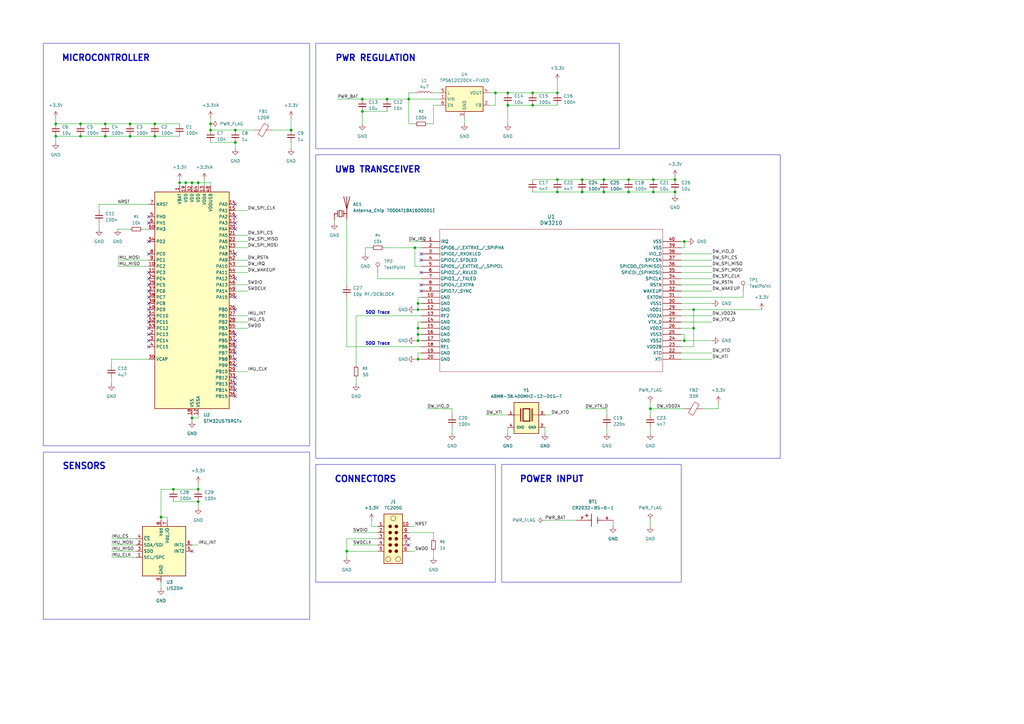
<source format=kicad_sch>
(kicad_sch (version 20250114) (generator "eeschema") (generator_version "9.0")
  (paper "A3")
  (title_block (title "TMDT1UC1") (date "2026-03-01") (rev "1") (company "GRIM") (comment 1 "TAG"))
  (rectangle (start 129.54 190.5) (end 203.2 238.76))
  (rectangle (start 205.74 190.5) (end 279.4 238.76))
  (rectangle (start 129.54 17.78) (end 254 60.96))
  (rectangle (start 129.54 63.5) (end 320.04 187.96))
  (rectangle (start 17.78 185.42) (end 127 254))
  (rectangle (start 17.78 17.78) (end 127 182.88))
  (text "POWER INPUT" (at 226.314 196.596 0) (effects (font (size 2.54 2.54) (thickness 0.508) (bold yes))))
  (text "50Ω Trace" (at 154.94 140.97 0) (effects (font (size 1.27 1.27) (thickness 0.254) (bold yes))))
  (text "SENSORS" (at 34.544 191.262 0) (effects (font (size 2.54 2.54) (thickness 0.508) (bold yes))))
  (text "PWR REGULATION" (at 137.414 25.4 0) (effects (font (size 2.54 2.54) (thickness 0.508) (bold yes)) (justify left bottom)))
  (text "UWB TRANSCEIVER" (at 137.16 71.12 0) (effects (font (size 2.54 2.54) (thickness 0.508) (bold yes)) (justify left bottom)))
  (text "50Ω Trace" (at 154.94 128.27 0) (effects (font (size 1.27 1.27) (thickness 0.254) (bold yes))))
  (text "MICROCONTROLLER" (at 43.434 23.876 0) (effects (font (size 2.54 2.54) (thickness 0.508) (bold yes))))
  (text "CONNECTORS" (at 149.86 196.596 0) (effects (font (size 2.54 2.54) (thickness 0.508) (bold yes))))
  (junction (at 267.97 73.66))
  (junction (at 76.2 74.93))
  (junction (at 257.81 78.74))
  (junction (at 63.5 50.8))
  (junction (at 208.28 43.18))
  (junction (at 22.86 55.88))
  (junction (at 203.2 38.1))
  (junction (at 119.38 53.34))
  (junction (at 280.67 99.06))
  (junction (at 53.34 50.8))
  (junction (at 171.45 127))
  (junction (at 81.28 200.66))
  (junction (at 33.02 55.88))
  (junction (at 81.28 205.74))
  (junction (at 284.48 134.62))
  (junction (at 96.52 58.42))
  (junction (at 238.76 73.66))
  (junction (at 171.45 147.32))
  (junction (at 170.18 101.6))
  (junction (at 247.65 73.66))
  (junction (at 276.86 78.74))
  (junction (at 53.34 55.88))
  (junction (at 158.75 40.64))
  (junction (at 266.7 167.64))
  (junction (at 218.44 38.1))
  (junction (at 148.59 45.72))
  (junction (at 73.66 74.93))
  (junction (at 33.02 50.8))
  (junction (at 171.45 137.16))
  (junction (at 66.04 212.09))
  (junction (at 247.65 78.74))
  (junction (at 86.36 53.34))
  (junction (at 171.45 139.7))
  (junction (at 71.12 200.66))
  (junction (at 171.45 124.46))
  (junction (at 142.24 226.06))
  (junction (at 148.59 40.64))
  (junction (at 86.36 50.8))
  (junction (at 81.28 74.93))
  (junction (at 228.6 78.74))
  (junction (at 228.6 38.1))
  (junction (at 238.76 78.74))
  (junction (at 280.67 139.7))
  (junction (at 43.18 55.88))
  (junction (at 267.97 78.74))
  (junction (at 167.64 40.64))
  (junction (at 96.52 53.34))
  (junction (at 276.86 73.66))
  (junction (at 43.18 50.8))
  (junction (at 218.44 43.18))
  (junction (at 63.5 55.88))
  (junction (at 22.86 50.8))
  (junction (at 228.6 73.66))
  (junction (at 78.74 171.45))
  (junction (at 257.81 73.66))
  (junction (at 284.48 127))
  (junction (at 78.74 74.93))
  (junction (at 171.45 134.62))
  (junction (at 208.28 38.1))
  (no_connect (at 96.52 121.92))
  (no_connect (at 96.52 104.14))
  (no_connect (at 96.52 157.48))
  (no_connect (at 60.96 129.54))
  (no_connect (at 60.96 114.3))
  (no_connect (at 60.96 134.62))
  (no_connect (at 167.64 220.98))
  (no_connect (at 96.52 154.94))
  (no_connect (at 60.96 111.76))
  (no_connect (at 60.96 91.44))
  (no_connect (at 96.52 137.16))
  (no_connect (at 172.72 116.84))
  (no_connect (at 60.96 88.9))
  (no_connect (at 96.52 88.9))
  (no_connect (at 172.72 106.68))
  (no_connect (at 96.52 83.82))
  (no_connect (at 60.96 124.46))
  (no_connect (at 96.52 93.98))
  (no_connect (at 60.96 137.16))
  (no_connect (at 172.72 111.76))
  (no_connect (at 96.52 162.56))
  (no_connect (at 60.96 142.24))
  (no_connect (at 96.52 142.24))
  (no_connect (at 96.52 147.32))
  (no_connect (at 96.52 160.02))
  (no_connect (at 78.74 226.06))
  (no_connect (at 96.52 114.3))
  (no_connect (at 60.96 132.08))
  (no_connect (at 60.96 119.38))
  (no_connect (at 96.52 91.44))
  (no_connect (at 60.96 127))
  (no_connect (at 96.52 144.78))
  (no_connect (at 60.96 139.7))
  (no_connect (at 172.72 119.38))
  (no_connect (at 60.96 99.06))
  (no_connect (at 167.64 223.52))
  (no_connect (at 96.52 127))
  (no_connect (at 60.96 104.14))
  (no_connect (at 96.52 149.86))
  (no_connect (at 172.72 104.14))
  (no_connect (at 60.96 121.92))
  (no_connect (at 96.52 139.7))
  (no_connect (at 60.96 116.84))
  (wire (pts (xy 86.36 50.8) (xy 86.36 53.34)))
  (wire (pts (xy 66.04 213.36) (xy 66.04 212.09)))
  (wire (pts (xy 48.26 93.98) (xy 53.34 93.98)))
  (wire (pts (xy 279.4 129.54) (xy 292.1 129.54)))
  (wire (pts (xy 81.28 205.74) (xy 81.28 208.28)))
  (wire (pts (xy 228.6 33.02) (xy 228.6 38.1)))
  (wire (pts (xy 45.72 223.52) (xy 55.88 223.52)))
  (wire (pts (xy 144.78 223.52) (xy 154.94 223.52)))
  (wire (pts (xy 203.2 38.1) (xy 208.28 38.1)))
  (wire (pts (xy 40.64 91.44) (xy 40.64 93.98)))
  (wire (pts (xy 266.7 167.64) (xy 266.7 170.18)))
  (wire (pts (xy 292.1 124.46) (xy 279.4 124.46)))
  (wire (pts (xy 154.94 111.76) (xy 154.94 114.3)))
  (wire (pts (xy 171.45 124.46) (xy 171.45 127)))
  (wire (pts (xy 58.42 93.98) (xy 60.96 93.98)))
  (wire (pts (xy 292.1 139.7) (xy 280.67 139.7)))
  (wire (pts (xy 81.28 198.12) (xy 81.28 200.66)))
  (wire (pts (xy 281.94 99.06) (xy 280.67 99.06)))
  (wire (pts (xy 279.4 127) (xy 284.48 127)))
  (wire (pts (xy 45.72 147.32) (xy 60.96 147.32)))
  (wire (pts (xy 218.44 43.18) (xy 228.6 43.18)))
  (wire (pts (xy 167.64 40.64) (xy 180.34 40.64)))
  (wire (pts (xy 73.66 73.66) (xy 73.66 74.93)))
  (wire (pts (xy 172.72 109.22) (xy 170.18 109.22)))
  (wire (pts (xy 152.4 213.36) (xy 152.4 215.9)))
  (wire (pts (xy 86.36 53.34) (xy 96.52 53.34)))
  (wire (pts (xy 68.58 213.36) (xy 68.58 212.09)))
  (wire (pts (xy 96.52 99.06) (xy 101.6 99.06)))
  (wire (pts (xy 96.52 106.68) (xy 101.6 106.68)))
  (wire (pts (xy 78.74 76.2) (xy 78.74 74.93)))
  (wire (pts (xy 45.72 220.98) (xy 55.88 220.98)))
  (wire (pts (xy 76.2 76.2) (xy 76.2 74.93)))
  (wire (pts (xy 119.38 58.42) (xy 119.38 60.96)))
  (wire (pts (xy 203.2 38.1) (xy 200.66 38.1)))
  (wire (pts (xy 96.52 111.76) (xy 101.6 111.76)))
  (wire (pts (xy 279.4 132.08) (xy 292.1 132.08)))
  (wire (pts (xy 96.52 53.34) (xy 104.14 53.34)))
  (wire (pts (xy 279.4 144.78) (xy 292.1 144.78)))
  (wire (pts (xy 146.05 154.94) (xy 146.05 157.48)))
  (wire (pts (xy 66.04 200.66) (xy 66.04 212.09)))
  (wire (pts (xy 170.18 147.32) (xy 171.45 147.32)))
  (wire (pts (xy 185.42 175.26) (xy 185.42 177.8)))
  (wire (pts (xy 73.66 74.93) (xy 73.66 76.2)))
  (wire (pts (xy 154.94 215.9) (xy 152.4 215.9)))
  (wire (pts (xy 180.34 43.18) (xy 177.8 43.18)))
  (wire (pts (xy 170.18 101.6) (xy 172.72 101.6)))
  (wire (pts (xy 78.74 223.52) (xy 81.28 223.52)))
  (wire (pts (xy 48.26 106.68) (xy 60.96 106.68)))
  (wire (pts (xy 45.72 228.6) (xy 55.88 228.6)))
  (wire (pts (xy 170.18 109.22) (xy 170.18 101.6)))
  (wire (pts (xy 158.75 40.64) (xy 167.64 40.64)))
  (wire (pts (xy 66.04 200.66) (xy 71.12 200.66)))
  (wire (pts (xy 171.45 137.16) (xy 171.45 139.7)))
  (wire (pts (xy 157.48 101.6) (xy 170.18 101.6)))
  (wire (pts (xy 83.82 73.66) (xy 83.82 76.2)))
  (wire (pts (xy 247.65 78.74) (xy 238.76 78.74)))
  (wire (pts (xy 96.52 101.6) (xy 101.6 101.6)))
  (wire (pts (xy 172.72 134.62) (xy 171.45 134.62)))
  (wire (pts (xy 248.92 167.64) (xy 240.03 167.64)))
  (wire (pts (xy 22.86 55.88) (xy 33.02 55.88)))
  (wire (pts (xy 167.64 218.44) (xy 177.8 218.44)))
  (wire (pts (xy 170.18 38.1) (xy 167.64 38.1)))
  (wire (pts (xy 86.36 58.42) (xy 96.52 58.42)))
  (wire (pts (xy 152.4 101.6) (xy 149.86 101.6)))
  (wire (pts (xy 279.4 109.22) (xy 292.1 109.22)))
  (wire (pts (xy 66.04 238.76) (xy 66.04 241.3)))
  (wire (pts (xy 119.38 48.26) (xy 119.38 53.34)))
  (wire (pts (xy 177.8 43.18) (xy 177.8 50.8)))
  (wire (pts (xy 142.24 226.06) (xy 142.24 228.6)))
  (wire (pts (xy 177.8 38.1) (xy 180.34 38.1)))
  (wire (pts (xy 76.2 74.93) (xy 73.66 74.93)))
  (wire (pts (xy 86.36 48.26) (xy 86.36 50.8)))
  (wire (pts (xy 190.5 48.26) (xy 190.5 50.8)))
  (wire (pts (xy 73.66 55.88) (xy 63.5 55.88)))
  (wire (pts (xy 171.45 132.08) (xy 171.45 134.62)))
  (wire (pts (xy 279.4 116.84) (xy 292.1 116.84)))
  (wire (pts (xy 142.24 121.92) (xy 142.24 142.24)))
  (wire (pts (xy 96.52 58.42) (xy 96.52 60.96)))
  (wire (pts (xy 266.7 165.1) (xy 266.7 167.64)))
  (wire (pts (xy 294.64 167.64) (xy 294.64 165.1)))
  (wire (pts (xy 86.36 74.93) (xy 81.28 74.93)))
  (wire (pts (xy 251.46 213.36) (xy 251.46 215.9)))
  (wire (pts (xy 267.97 78.74) (xy 276.86 78.74)))
  (wire (pts (xy 279.4 134.62) (xy 284.48 134.62)))
  (wire (pts (xy 257.81 73.66) (xy 267.97 73.66)))
  (wire (pts (xy 279.4 99.06) (xy 280.67 99.06)))
  (wire (pts (xy 138.43 40.64) (xy 148.59 40.64)))
  (wire (pts (xy 53.34 55.88) (xy 43.18 55.88)))
  (wire (pts (xy 266.7 167.64) (xy 280.67 167.64)))
  (wire (pts (xy 247.65 78.74) (xy 257.81 78.74)))
  (wire (pts (xy 170.18 127) (xy 171.45 127)))
  (wire (pts (xy 45.72 157.48) (xy 45.72 154.94)))
  (wire (pts (xy 199.39 170.18) (xy 208.28 170.18)))
  (wire (pts (xy 40.64 83.82) (xy 40.64 86.36)))
  (wire (pts (xy 78.74 170.18) (xy 78.74 171.45)))
  (wire (pts (xy 304.8 119.38) (xy 304.8 121.92)))
  (wire (pts (xy 148.59 45.72) (xy 148.59 50.8)))
  (wire (pts (xy 71.12 200.66) (xy 81.28 200.66)))
  (wire (pts (xy 172.72 144.78) (xy 171.45 144.78)))
  (wire (pts (xy 238.76 78.74) (xy 228.6 78.74)))
  (wire (pts (xy 279.4 106.68) (xy 292.1 106.68)))
  (wire (pts (xy 43.18 55.88) (xy 33.02 55.88)))
  (wire (pts (xy 149.86 101.6) (xy 149.86 104.14)))
  (wire (pts (xy 276.86 72.39) (xy 276.86 73.66)))
  (wire (pts (xy 142.24 142.24) (xy 172.72 142.24)))
  (wire (pts (xy 279.4 111.76) (xy 292.1 111.76)))
  (wire (pts (xy 223.52 175.26) (xy 223.52 177.8)))
  (wire (pts (xy 208.28 175.26) (xy 208.28 177.8)))
  (wire (pts (xy 172.72 137.16) (xy 171.45 137.16)))
  (wire (pts (xy 177.8 50.8) (xy 175.26 50.8)))
  (wire (pts (xy 81.28 171.45) (xy 78.74 171.45)))
  (wire (pts (xy 22.86 55.88) (xy 22.86 58.42)))
  (wire (pts (xy 45.72 226.06) (xy 55.88 226.06)))
  (wire (pts (xy 81.28 74.93) (xy 78.74 74.93)))
  (wire (pts (xy 177.8 226.06) (xy 177.8 228.6)))
  (wire (pts (xy 154.94 220.98) (xy 142.24 220.98)))
  (wire (pts (xy 280.67 99.06) (xy 280.67 101.6)))
  (wire (pts (xy 267.97 73.66) (xy 276.86 73.66)))
  (wire (pts (xy 148.59 40.64) (xy 158.75 40.64)))
  (wire (pts (xy 208.28 43.18) (xy 218.44 43.18)))
  (wire (pts (xy 45.72 149.86) (xy 45.72 147.32)))
  (wire (pts (xy 146.05 129.54) (xy 146.05 149.86)))
  (wire (pts (xy 279.4 142.24) (xy 284.48 142.24)))
  (wire (pts (xy 81.28 170.18) (xy 81.28 171.45)))
  (wire (pts (xy 96.52 109.22) (xy 101.6 109.22)))
  (wire (pts (xy 33.02 50.8) (xy 43.18 50.8)))
  (wire (pts (xy 223.52 213.36) (xy 236.22 213.36)))
  (wire (pts (xy 142.24 220.98) (xy 142.24 226.06)))
  (wire (pts (xy 96.52 152.4) (xy 101.6 152.4)))
  (wire (pts (xy 22.86 50.8) (xy 33.02 50.8)))
  (wire (pts (xy 53.34 50.8) (xy 63.5 50.8)))
  (wire (pts (xy 137.16 90.17) (xy 137.16 91.44)))
  (wire (pts (xy 43.18 50.8) (xy 53.34 50.8)))
  (wire (pts (xy 280.67 101.6) (xy 279.4 101.6)))
  (wire (pts (xy 170.18 139.7) (xy 171.45 139.7)))
  (wire (pts (xy 238.76 73.66) (xy 247.65 73.66)))
  (wire (pts (xy 172.72 132.08) (xy 171.45 132.08)))
  (wire (pts (xy 167.64 215.9) (xy 170.18 215.9)))
  (wire (pts (xy 247.65 73.66) (xy 257.81 73.66)))
  (wire (pts (xy 167.64 50.8) (xy 167.64 40.64)))
  (wire (pts (xy 144.78 218.44) (xy 154.94 218.44)))
  (wire (pts (xy 71.12 205.74) (xy 81.28 205.74)))
  (wire (pts (xy 284.48 134.62) (xy 284.48 127)))
  (wire (pts (xy 167.64 226.06) (xy 170.18 226.06)))
  (wire (pts (xy 22.86 48.26) (xy 22.86 50.8)))
  (wire (pts (xy 280.67 137.16) (xy 280.67 139.7)))
  (wire (pts (xy 228.6 73.66) (xy 238.76 73.66)))
  (wire (pts (xy 96.52 96.52) (xy 101.6 96.52)))
  (wire (pts (xy 185.42 170.18) (xy 185.42 167.64)))
  (wire (pts (xy 218.44 38.1) (xy 228.6 38.1)))
  (wire (pts (xy 146.05 129.54) (xy 172.72 129.54)))
  (wire (pts (xy 276.86 78.74) (xy 276.86 80.01)))
  (wire (pts (xy 96.52 116.84) (xy 101.6 116.84)))
  (wire (pts (xy 96.52 134.62) (xy 101.6 134.62)))
  (wire (pts (xy 266.7 213.36) (xy 266.7 215.9)))
  (wire (pts (xy 177.8 218.44) (xy 177.8 220.98)))
  (wire (pts (xy 154.94 114.3) (xy 172.72 114.3)))
  (wire (pts (xy 279.4 119.38) (xy 292.1 119.38)))
  (wire (pts (xy 96.52 119.38) (xy 101.6 119.38)))
  (wire (pts (xy 171.45 144.78) (xy 171.45 147.32)))
  (wire (pts (xy 171.45 147.32) (xy 172.72 147.32)))
  (wire (pts (xy 208.28 43.18) (xy 208.28 50.8)))
  (wire (pts (xy 248.92 170.18) (xy 248.92 167.64)))
  (wire (pts (xy 86.36 76.2) (xy 86.36 74.93)))
  (wire (pts (xy 218.44 73.66) (xy 228.6 73.66)))
  (wire (pts (xy 170.18 50.8) (xy 167.64 50.8)))
  (wire (pts (xy 60.96 83.82) (xy 40.64 83.82)))
  (wire (pts (xy 171.45 124.46) (xy 172.72 124.46)))
  (wire (pts (xy 279.4 104.14) (xy 292.1 104.14)))
  (wire (pts (xy 267.97 78.74) (xy 257.81 78.74)))
  (wire (pts (xy 171.45 139.7) (xy 172.72 139.7)))
  (wire (pts (xy 223.52 170.18) (xy 226.06 170.18)))
  (wire (pts (xy 171.45 134.62) (xy 171.45 137.16)))
  (wire (pts (xy 171.45 127) (xy 172.72 127)))
  (wire (pts (xy 218.44 78.74) (xy 228.6 78.74)))
  (wire (pts (xy 81.28 76.2) (xy 81.28 74.93)))
  (wire (pts (xy 203.2 43.18) (xy 203.2 38.1)))
  (wire (pts (xy 167.64 99.06) (xy 172.72 99.06)))
  (wire (pts (xy 200.66 43.18) (xy 203.2 43.18)))
  (wire (pts (xy 96.52 129.54) (xy 101.6 129.54)))
  (wire (pts (xy 148.59 45.72) (xy 158.75 45.72)))
  (wire (pts (xy 68.58 212.09) (xy 66.04 212.09)))
  (wire (pts (xy 78.74 74.93) (xy 76.2 74.93)))
  (wire (pts (xy 304.8 121.92) (xy 279.4 121.92)))
  (wire (pts (xy 63.5 50.8) (xy 73.66 50.8)))
  (wire (pts (xy 63.5 55.88) (xy 53.34 55.88)))
  (wire (pts (xy 248.92 175.26) (xy 248.92 177.8)))
  (wire (pts (xy 279.4 114.3) (xy 292.1 114.3)))
  (wire (pts (xy 78.74 171.45) (xy 78.74 172.72)))
  (wire (pts (xy 279.4 147.32) (xy 292.1 147.32)))
  (wire (pts (xy 171.45 121.92) (xy 171.45 124.46)))
  (wire (pts (xy 279.4 137.16) (xy 280.67 137.16)))
  (wire (pts (xy 185.42 167.64) (xy 175.26 167.64)))
  (wire (pts (xy 119.38 53.34) (xy 111.76 53.34)))
  (wire (pts (xy 96.52 86.36) (xy 101.6 86.36)))
  (wire (pts (xy 208.28 38.1) (xy 218.44 38.1)))
  (wire (pts (xy 167.64 38.1) (xy 167.64 40.64)))
  (wire (pts (xy 154.94 226.06) (xy 142.24 226.06)))
  (wire (pts (xy 48.26 109.22) (xy 60.96 109.22)))
  (wire (pts (xy 284.48 142.24) (xy 284.48 134.62)))
  (wire (pts (xy 266.7 175.26) (xy 266.7 177.8)))
  (wire (pts (xy 142.24 90.17) (xy 142.24 116.84)))
  (wire (pts (xy 172.72 121.92) (xy 171.45 121.92)))
  (wire (pts (xy 284.48 127) (xy 312.42 127)))
  (wire (pts (xy 280.67 139.7) (xy 279.4 139.7)))
  (wire (pts (xy 294.64 167.64) (xy 288.29 167.64)))
  (wire (pts (xy 96.52 132.08) (xy 101.6 132.08)))
  (label "IMU_CS" (at 101.6 132.08 0))
  (label "SWDO" (at 170.18 226.06 0))
  (label "DW_SPI_MOSI" (at 101.6 101.6 0))
  (label "IMU_CLK" (at 101.6 152.4 0))
  (label "IMU_CS" (at 45.72 220.98 0))
  (label "SWDO" (at 101.6 134.62 0))
  (label "SWDCLK" (at 101.6 119.38 0))
  (label "DW_SPI_CLK" (at 101.6 86.36 0))
  (label "IMU_MISO" (at 45.72 226.06 0))
  (label "DW_RSTN" (at 292.1 116.84 0))
  (label "DW_SPI_CS" (at 292.1 106.68 0))
  (label "DW_IRQ" (at 167.64 99.06 0))
  (label "DW_XTI" (at 292.1 147.32 0))
  (label "IMU_MOSI" (at 48.26 106.68 0))
  (label "NRST" (at 48.26 83.82 0))
  (label "IMU_INT" (at 101.6 129.54 0))
  (label "DW_SPI_CS" (at 101.6 96.52 0))
  (label "DW_WAKEUP" (at 292.1 119.38 0))
  (label "IMU_CLK" (at 45.72 228.6 0))
  (label "PWR_BAT" (at 138.43 40.64 0))
  (label "DW_SPI_MOSI" (at 292.1 111.76 0))
  (label "DW_VTX_D" (at 292.1 132.08 0))
  (label "DW_VIO_D" (at 175.26 167.64 0))
  (label "DW_VTX_D" (at 240.03 167.64 0))
  (label "DW_VIO_D" (at 292.1 104.14 0))
  (label "DW_XTO" (at 226.06 170.18 0))
  (label "DW_XTI" (at 199.39 170.18 0))
  (label "IMU_MOSI" (at 45.72 223.52 0))
  (label "NRST" (at 170.18 215.9 0))
  (label "DW_SPI_MISO" (at 292.1 109.22 0))
  (label "IMU_INT" (at 81.28 223.52 0))
  (label "SWDIO" (at 101.6 116.84 0))
  (label "DW_XTO" (at 292.1 144.78 0))
  (label "DW_VDD2A" (at 269.24 167.64 0))
  (label "SWDIO" (at 144.78 218.44 0))
  (label "DW_WAKEUP" (at 101.6 111.76 0))
  (label "DW_SPI_MISO" (at 101.6 99.06 0))
  (label "PWR_BAT" (at 223.52 213.36 0))
  (label "DW_IRQ" (at 101.6 109.22 0))
  (label "IMU_MISO" (at 48.26 109.22 0))
  (label "DW_SPI_CLK" (at 292.1 114.3 0))
  (label "DW_VDD2A" (at 292.1 129.54 0))
  (label "SWDCLK" (at 144.78 223.52 0))
  (label "DW_RSTN" (at 101.6 106.68 0))
  (symbol (lib_id "power:GND") (at 170.18 147.32 270) (unit 1)
    (property "Reference" "#PWR019" (effects (hide yes)))
    (property "Value" "GND" (at 165.354 147.32 90))
    (property "Description" "Power symbol creates a global label with name \"GND\" , ground" (effects (hide yes)))
  )
  (symbol (lib_id "Device:R_Small") (at 172.72 50.8 90) (unit 1)
    (property "Reference" "R2" (at 172.72 45.72 90) (effects (font (size 1.016 1.016))))
    (property "Value" "100k" (at 172.72 48.26 90))
    (property "Description" "Resistor, small symbol" (effects (hide yes)))
  )
  (symbol (lib_id "Device:R_Small") (at 154.94 101.6 90) (unit 1)
    (property "Reference" "R4" (at 154.94 96.52 90) (effects (font (size 1.016 1.016))))
    (property "Value" "10k" (at 154.94 99.06 90))
    (property "Description" "Resistor, small symbol" (effects (hide yes)))
  )
  (symbol (lib_id "power:GND") (at 276.86 80.01 0) (unit 1)
    (property "Reference" "#PWR030" (effects (hide yes)))
    (property "Value" "GND" (at 276.86 85.09 0))
    (property "Description" "Power symbol creates a global label with name \"GND\" , ground" (effects (hide yes)))
  )
  (symbol (lib_id "Device:C_Small") (at 119.38 55.88 0) (unit 1)
    (property "Reference" "C9" (at 121.92 54.6162 0) (effects (justify left)))
    (property "Value" "1u" (at 121.92 57.1562 0) (effects (justify left)))
    (property "Description" "Unpolarized capacitor, small symbol" (effects (hide yes)))
  )
  (symbol (lib_id "power:GND") (at 96.52 60.96 0) (unit 1)
    (property "Reference" "#PWR05" (effects (hide yes)))
    (property "Value" "GND" (at 96.52 66.04 0))
    (property "Description" "Power symbol creates a global label with name \"GND\" , ground" (effects (hide yes)))
  )
  (symbol (lib_id "power:GND") (at 119.38 60.96 0) (unit 1)
    (property "Reference" "#PWR09" (effects (hide yes)))
    (property "Value" "GND" (at 119.38 66.04 0))
    (property "Description" "Power symbol creates a global label with name \"GND\" , ground" (effects (hide yes)))
  )
  (symbol (lib_id "power:+3.3VA") (at 83.82 73.66 0) (unit 1)
    (property "Reference" "#PWR02" (effects (hide yes)))
    (property "Value" "+3.3VA" (at 83.82 68.58 0))
    (property "Description" "Power symbol creates a global label with name \"+3.3VA\"" (effects (hide yes)))
  )
  (symbol (lib_id "power:GND") (at 281.94 99.06 90) (unit 1)
    (property "Reference" "#PWR036" (effects (hide yes)))
    (property "Value" "GND" (at 285.75 99.0599 90) (effects (justify right)))
    (property "Description" "Power symbol creates a global label with name \"GND\" , ground" (effects (hide yes)))
  )
  (symbol (lib_id "power:GND") (at 223.52 177.8 0) (unit 1)
    (property "Reference" "#PWR031" (effects (hide yes)))
    (property "Value" "GND" (at 223.52 182.88 0))
    (property "Description" "Power symbol creates a global label with name \"GND\" , ground" (effects (hide yes)))
  )
  (symbol (lib_id "Device:C_Small") (at 208.28 40.64 0) (unit 1)
    (property "Reference" "C14" (at 210.82 39.3762 0) (effects (justify left)))
    (property "Value" "10u" (at 210.82 41.9162 0) (effects (justify left)))
    (property "Description" "Unpolarized capacitor, small symbol" (effects (hide yes)))
  )
  (symbol (lib_id "power:GND") (at 148.59 50.8 0) (unit 1)
    (property "Reference" "#PWR016" (effects (hide yes)))
    (property "Value" "GND" (at 148.59 55.88 0))
    (property "Description" "Power symbol creates a global label with name \"GND\" , ground" (effects (hide yes)))
  )
  (symbol (lib_id "power:+3.3V") (at 312.42 127 0) (unit 1)
    (property "Reference" "#PWR047" (effects (hide yes)))
    (property "Value" "+3.3V" (at 312.42 121.92 0))
    (property "Description" "Power symbol creates a global label with name \"+3.3V\"" (effects (hide yes)))
  )
  (symbol (lib_id "power:GND") (at 208.28 50.8 0) (unit 1)
    (property "Reference" "#PWR017" (effects (hide yes)))
    (property "Value" "GND" (at 208.28 55.88 0))
    (property "Description" "Power symbol creates a global label with name \"GND\" , ground" (effects (hide yes)))
  )
  (symbol (lib_id "power:+3.3V") (at 119.38 48.26 0) (unit 1)
    (property "Reference" "#PWR08" (effects (hide yes)))
    (property "Value" "+3.3V" (at 119.38 43.18 0))
    (property "Description" "Power symbol creates a global label with name \"+3.3V\"" (effects (hide yes)))
  )
  (symbol (lib_id "power:+3.3V") (at 73.66 73.66 0) (unit 1)
    (property "Reference" "#PWR07" (effects (hide yes)))
    (property "Value" "+3.3V" (at 73.66 68.58 0))
    (property "Description" "Power symbol creates a global label with name \"+3.3V\"" (effects (hide yes)))
  )
  (symbol (lib_id "CR2032-BS-6-1:CR2032-BS-6-1") (at 243.84 213.36 0) (unit 1)
    (property "Reference" "BT1" (at 243.205 205.74 0))
    (property "Value" "CR2032-BS-6-1" (at 243.205 208.28 0))
    (property "Footprint" "meridian:BAT_CR2032-BS-6-1" (effects (hide yes)))
    (property "MF" "Shenzhen Q&J Electronics Co. Ltd" (effects (hide yes)))
    (property "MAXIMUM_PACKAGE_HEIGHT" "5.55mm" (effects (hide yes)))
    (property "Package" "Package" (effects (hide yes)))
    (property "Price" "None" (effects (hide yes)))
    (property "Check_prices" "https://www.snapeda.com/parts/CR2032-BS-6-1/Shenzhen+Huacan+Tianlu+Electronics+Co.%252C+Ltd./view-part/?ref=eda" (effects (hide yes)))
    (property "STANDARD" "Manufacturer Recommendations" (effects (hide yes)))
    (property "PARTREV" "2011/2/14" (effects (hide yes)))
    (property "SnapEDA_Link" "https://www.snapeda.com/parts/CR2032-BS-6-1/Shenzhen+Huacan+Tianlu+Electronics+Co.%252C+Ltd./view-part/?ref=snap" (effects (hide yes)))
    (property "MP" "CR2032-BS-6-1" (effects (hide yes)))
    (property "Description_1" "Battery base CR2032 SMD Battery Connectors ROHS" (effects (hide yes)))
    (property "SNAPEDA_PN" "CR2032-BS-6-1" (effects (hide yes)))
    (property "Availability" "Not in stock" (effects (hide yes)))
    (property "MANUFACTURER" "Shenzhen Q and J Electronics" (effects (hide yes)))
  )
  (symbol (lib_id "dw3210:DW3210") (at 172.72 99.06 0) (unit 1)
    (property "Reference" "U1" (at 226.06 88.9 0) (effects (font (size 1.524 1.524))))
    (property "Value" "DW3210" (at 226.06 91.44 0) (effects (font (size 1.524 1.524))))
    (property "Footprint" "meridian:qfn_DW3210_QOR" (effects (hide yes)))
    (property "Datasheet" "DW3220" (effects (hide yes)))
  )
  (symbol (lib_id "Device:FerriteBead") (at 284.48 167.64 270) (unit 1)
    (property "Reference" "FB2" (at 284.5308 160.02 90))
    (property "Value" "33R" (at 284.5308 162.56 90))
    (property "Description" "Ferrite bead" (effects (hide yes)))
  )
  (symbol (lib_id "ABM8-38.400MHZ-12-D1G-T:ABM8-38.400MHZ-12-D1G-T") (at 215.9 170.18 0) (unit 1)
    (property "Reference" "Y1" (at 215.9 160.02 0))
    (property "Value" "ABM8-38.400MHZ-12-D1G-T" (at 215.9 162.56 0))
    (property "Footprint" "meridian:XTAL_ABM8-38.400MHZ-12-D1G-T" (effects (hide yes)))
    (property "PARTREV" "44041" (effects (hide yes)))
    (property "MANUFACTURER" "Abracon" (effects (hide yes)))
    (property "MAXIMUM_PACKAGE_HEIGHT" "0.8 mm" (effects (hide yes)))
    (property "STANDARD" "Manufacturer Recommendations" (effects (hide yes)))
  )
  (symbol (lib_id "Device:C_Small") (at 86.36 55.88 0) (unit 1)
    (property "Reference" "C7" (at 88.9 54.6162 0) (effects (justify left)))
    (property "Value" "10n" (at 88.9 57.1562 0) (effects (justify left)))
    (property "Description" "Unpolarized capacitor, small symbol" (effects (hide yes)))
  )
  (symbol (lib_id "Connector:TestPoint") (at 154.94 111.76 0) (unit 1)
    (property "Reference" "TP2" (at 157.48 107.1879 0) (effects (justify left)))
    (property "Value" "TestPoint" (at 157.48 109.7279 0) (effects (justify left)))
    (property "Description" "test point" (effects (hide yes)))
  )
  (symbol (lib_id "Device:C_Small") (at 158.75 43.18 0) (unit 1)
    (property "Reference" "C12" (at 161.29 41.9162 0) (effects (justify left)))
    (property "Value" "10n" (at 161.29 44.4562 0) (effects (justify left)))
    (property "Description" "Unpolarized capacitor, small symbol" (effects (hide yes)))
  )
  (symbol (lib_id "Device:C_Small") (at 71.12 203.2 0) (unit 1)
    (property "Reference" "C28" (at 73.66 201.9362 0) (effects (justify left)))
    (property "Value" "100n" (at 73.66 204.4762 0) (effects (justify left)))
    (property "Description" "Unpolarized capacitor, small symbol" (effects (hide yes)))
  )
  (symbol (lib_id "Device:C_Small") (at 33.02 53.34 0) (unit 1)
    (property "Reference" "C5" (at 35.56 52.0762 0) (effects (justify left)))
    (property "Value" "100n" (at 35.56 54.6162 0) (effects (justify left)))
    (property "Description" "Unpolarized capacitor, small symbol" (effects (hide yes)))
  )
  (symbol (lib_id "Device:L") (at 173.99 38.1 90) (unit 1)
    (property "Reference" "L1" (at 173.99 33.02 90))
    (property "Value" "4u7" (at 173.99 35.56 90))
    (property "Description" "Inductor" (effects (hide yes)))
  )
  (symbol (lib_id "power:PWR_FLAG") (at 266.7 213.36 0) (unit 1)
    (property "Reference" "#FLG02" (effects (hide yes)))
    (property "Value" "PWR_FLAG" (at 266.7 208.28 0))
    (property "Description" "Special symbol for telling ERC where power comes from" (effects (hide yes)))
  )
  (symbol (lib_id "Device:C_Small") (at 228.6 76.2 0) (unit 1)
    (property "Reference" "C22" (at 231.14 74.9362 0) (effects (justify left)))
    (property "Value" "4n7" (at 231.14 77.4762 0) (effects (justify left)))
    (property "Description" "Unpolarized capacitor, small symbol" (effects (hide yes)))
  )
  (symbol (lib_id "Device:C_Small") (at 267.97 76.2 0) (unit 1)
    (property "Reference" "C21" (at 270.51 74.9362 0) (effects (justify left)))
    (property "Value" "10u" (at 270.51 77.4762 0) (effects (justify left)))
    (property "Description" "Unpolarized capacitor, small symbol" (effects (hide yes)))
  )
  (symbol (lib_id "power:PWR_FLAG") (at 86.36 50.8 270) (unit 1)
    (property "Reference" "#FLG03" (effects (hide yes)))
    (property "Value" "PWR_FLAG" (at 90.17 50.7999 90) (effects (justify left)))
    (property "Description" "Special symbol for telling ERC where power comes from" (effects (hide yes)))
  )
  (symbol (lib_id "Device:C_Small") (at 247.65 76.2 0) (unit 1)
    (property "Reference" "C25" (at 250.19 74.9362 0) (effects (justify left)))
    (property "Value" "100n" (at 250.19 77.4762 0) (effects (justify left)))
    (property "Description" "Unpolarized capacitor, small symbol" (effects (hide yes)))
  )
  (symbol (lib_id "Device:C_Small") (at 185.42 172.72 0) (unit 1)
    (property "Reference" "C20" (at 187.96 171.4562 0) (effects (justify left)))
    (property "Value" "100n" (at 187.96 173.9962 0) (effects (justify left)))
    (property "Description" "Unpolarized capacitor, small symbol" (effects (hide yes)))
  )
  (symbol (lib_id "Device:C_Small") (at 73.66 53.34 0) (unit 1)
    (property "Reference" "C1" (at 76.2 52.0762 0) (effects (justify left)))
    (property "Value" "100n" (at 76.2 54.6162 0) (effects (justify left)))
    (property "Description" "Unpolarized capacitor, small symbol" (effects (hide yes)))
  )
  (symbol (lib_id "power:GND") (at 81.28 208.28 0) (unit 1)
    (property "Reference" "#PWR041" (effects (hide yes)))
    (property "Value" "GND" (at 81.28 213.36 0))
    (property "Description" "Power symbol creates a global label with name \"GND\" , ground" (effects (hide yes)))
  )
  (symbol (lib_id "power:GND") (at 177.8 228.6 0) (unit 1)
    (property "Reference" "#PWR045" (effects (hide yes)))
    (property "Value" "GND" (at 177.8 233.68 0))
    (property "Description" "Power symbol creates a global label with name \"GND\" , ground" (effects (hide yes)))
  )
  (symbol (lib_id "Device:C_Small") (at 266.7 172.72 0) (unit 1)
    (property "Reference" "C23" (at 269.24 171.4562 0) (effects (justify left)))
    (property "Value" "4n7" (at 269.24 173.9962 0) (effects (justify left)))
    (property "Description" "Unpolarized capacitor, small symbol" (effects (hide yes)))
  )
  (symbol (lib_id "power:GND") (at 292.1 139.7 90) (unit 1)
    (property "Reference" "#PWR037" (effects (hide yes)))
    (property "Value" "GND" (at 295.91 139.6999 90) (effects (justify right)))
    (property "Description" "Power symbol creates a global label with name \"GND\" , ground" (effects (hide yes)))
  )
  (symbol (lib_id "power:GND") (at 292.1 124.46 90) (unit 1)
    (property "Reference" "#PWR033" (effects (hide yes)))
    (property "Value" "GND" (at 295.91 124.4599 90) (effects (justify right)))
    (property "Description" "Power symbol creates a global label with name \"GND\" , ground" (effects (hide yes)))
  )
  (symbol (lib_id "Device:R_Small") (at 146.05 152.4 0) (unit 1)
    (property "Reference" "R3" (at 148.59 151.1299 0) (effects (font (size 1.016 1.016)) (justify left)))
    (property "Value" "50" (at 148.59 153.6699 0) (effects (justify left)))
    (property "Description" "Resistor, small symbol" (effects (hide yes)))
  )
  (symbol (lib_id "Device:R_Small") (at 177.8 223.52 180) (unit 1)
    (property "Reference" "R5" (at 180.34 222.2499 0) (effects (font (size 1.016 1.016)) (justify right)))
    (property "Value" "1k" (at 180.34 224.7899 0) (effects (justify right)))
    (property "Description" "Resistor, small symbol" (effects (hide yes)))
  )
  (symbol (lib_id "Device:Antenna_Chip") (at 139.7 87.63 0) (unit 1)
    (property "Reference" "AE1" (at 144.78 83.8199 0) (effects (justify left)))
    (property "Value" "Antenna_Chip 7000AT18A1600001E" (at 144.78 86.3599 0) (effects (justify left)))
    (property "Description" "Ceramic chip antenna with pin for PCB trace" (effects (hide yes)))
  )
  (symbol (lib_id "power:+3.3V") (at 81.28 198.12 0) (unit 1)
    (property "Reference" "#PWR040" (effects (hide yes)))
    (property "Value" "+3.3V" (at 81.28 193.04 0))
    (property "Description" "Power symbol creates a global label with name \"+3.3V\"" (effects (hide yes)))
  )
  (symbol (lib_id "power:+3.3V") (at 152.4 213.36 0) (unit 1)
    (property "Reference" "#PWR043" (effects (hide yes)))
    (property "Value" "+3.3V" (at 152.4 208.28 0))
    (property "Description" "Power symbol creates a global label with name \"+3.3V\"" (effects (hide yes)))
  )
  (symbol (lib_id "power:GND") (at 185.42 177.8 0) (unit 1)
    (property "Reference" "#PWR026" (effects (hide yes)))
    (property "Value" "GND" (at 185.42 182.88 0))
    (property "Description" "Power symbol creates a global label with name \"GND\" , ground" (effects (hide yes)))
  )
  (symbol (lib_id "MCU_ST_STM32U5:STM32U575RGTx") (at 78.74 124.46 0) (unit 1)
    (property "Reference" "U2" (at 83.4233 170.18 0) (effects (justify left)))
    (property "Value" "STM32U575RGTx" (at 83.4233 172.72 0) (effects (justify left)))
    (property "Footprint" "Package_QFP:LQFP-64_10x10mm_P0.5mm" (effects (hide yes)))
    (property "Datasheet" "https://www.st.com/resource/en/datasheet/stm32u575rg.pdf" (effects (hide yes)))
    (property "Description" "STMicroelectronics Arm Cortex-M33 MCU, 1024KB flash, 786KB RAM, 160 MHz, 1.71-3.6V, 51 GPIO, LQFP64" (effects (hide yes)))
  )
  (symbol (lib_id "Device:C_Small") (at 96.52 55.88 0) (unit 1)
    (property "Reference" "C8" (at 99.06 54.6162 0) (effects (justify left)))
    (property "Value" "1u" (at 99.06 57.1562 0) (effects (justify left)))
    (property "Description" "Unpolarized capacitor, small symbol" (effects (hide yes)))
  )
  (symbol (lib_id "power:GND") (at 66.04 241.3 0) (unit 1)
    (property "Reference" "#PWR039" (effects (hide yes)))
    (property "Value" "GND" (at 66.04 246.38 0))
    (property "Description" "Power symbol creates a global label with name \"GND\" , ground" (effects (hide yes)))
  )
  (symbol (lib_id "power:+3.3V") (at 22.86 48.26 0) (unit 1)
    (property "Reference" "#PWR06" (effects (hide yes)))
    (property "Value" "+3.3V" (at 22.86 43.18 0))
    (property "Description" "Power symbol creates a global label with name \"+3.3V\"" (effects (hide yes)))
  )
  (symbol (lib_id "power:GND") (at 48.26 93.98 0) (unit 1)
    (property "Reference" "#PWR013" (effects (hide yes)))
    (property "Value" "GND" (at 48.26 99.06 0))
    (property "Description" "Power symbol creates a global label with name \"GND\" , ground" (effects (hide yes)))
  )
  (symbol (lib_id "Device:C_Small") (at 22.86 53.34 0) (unit 1)
    (property "Reference" "C6" (at 25.4 52.0762 0) (effects (justify left)))
    (property "Value" "10u" (at 25.4 54.6162 0) (effects (justify left)))
    (property "Description" "Unpolarized capacitor, small symbol" (effects (hide yes)))
  )
  (symbol (lib_id "power:+3.3VA") (at 86.36 48.26 0) (unit 1)
    (property "Reference" "#PWR04" (effects (hide yes)))
    (property "Value" "+3.3VA" (at 86.36 43.18 0))
    (property "Description" "Power symbol creates a global label with name \"+3.3VA\"" (effects (hide yes)))
  )
  (symbol (lib_id "power:GND") (at 266.7 177.8 0) (unit 1)
    (property "Reference" "#PWR024" (effects (hide yes)))
    (property "Value" "GND" (at 266.7 182.88 0))
    (property "Description" "Power symbol creates a global label with name \"GND\" , ground" (effects (hide yes)))
  )
  (symbol (lib_id "power:GND") (at 266.7 215.9 0) (unit 1)
    (property "Reference" "#PWR046" (effects (hide yes)))
    (property "Value" "GND" (at 266.7 220.98 0))
    (property "Description" "Power symbol creates a global label with name \"GND\" , ground" (effects (hide yes)))
  )
  (symbol (lib_id "power:GND") (at 149.86 104.14 0) (unit 1)
    (property "Reference" "#PWR035" (effects (hide yes)))
    (property "Value" "GND" (at 149.86 109.22 0))
    (property "Description" "Power symbol creates a global label with name \"GND\" , ground" (effects (hide yes)))
  )
  (symbol (lib_id "power:+3.3V") (at 294.64 165.1 0) (unit 1)
    (property "Reference" "#PWR025" (effects (hide yes)))
    (property "Value" "+3.3V" (at 294.64 160.02 0))
    (property "Description" "Power symbol creates a global label with name \"+3.3V\"" (effects (hide yes)))
  )
  (symbol (lib_id "Device:C_Small") (at 238.76 76.2 0) (unit 1)
    (property "Reference" "C24" (at 241.3 74.9362 0) (effects (justify left)))
    (property "Value" "100n" (at 241.3 77.4762 0) (effects (justify left)))
    (property "Description" "Unpolarized capacitor, small symbol" (effects (hide yes)))
  )
  (symbol (lib_id "Device:C_Small") (at 142.24 119.38 0) (unit 1)
    (property "Reference" "C27" (at 144.78 118.1162 0) (effects (justify left)))
    (property "Value" "10p RF/DCBLOCK" (at 144.78 120.6562 0) (effects (justify left)))
    (property "Description" "Unpolarized capacitor, small symbol" (effects (hide yes)))
  )
  (symbol (lib_id "TPS61222DCK:TPS61222DCK-FIXED") (at 190.5 40.64 0) (unit 1)
    (property "Reference" "U4" (at 190.5 30.48 0))
    (property "Value" "TPS61222DCK-FIXED" (at 190.5 33.02 0))
    (property "Footprint" "Package_TO_SOT_SMD:Texas_R-PDSO-G6" (effects (hide yes)))
    (property "Datasheet" "http://www.ti.com/lit/ds/symlink/tps61220.pdf" (effects (hide yes)))
    (property "Description" "400 mA Step-Up Converter, Adjustable Output Voltage, 0.7-5.5V Input Voltage, SC-70" (effects (hide yes)))
  )
  (symbol (lib_id "Device:C_Small") (at 43.18 53.34 0) (unit 1)
    (property "Reference" "C4" (at 45.72 52.0762 0) (effects (justify left)))
    (property "Value" "100n" (at 45.72 54.6162 0) (effects (justify left)))
    (property "Description" "Unpolarized capacitor, small symbol" (effects (hide yes)))
  )
  (symbol (lib_id "power:+3.3V") (at 276.86 72.39 0) (unit 1)
    (property "Reference" "#PWR029" (effects (hide yes)))
    (property "Value" "+3.3V" (at 276.86 67.31 0))
    (property "Description" "Power symbol creates a global label with name \"+3.3V\"" (effects (hide yes)))
  )
  (symbol (lib_id "Device:C_Small") (at 228.6 40.64 0) (unit 1)
    (property "Reference" "C16" (at 231.14 39.3762 0) (effects (justify left)))
    (property "Value" "100n" (at 231.14 41.9162 0) (effects (justify left)))
    (property "Description" "Unpolarized capacitor, small symbol" (effects (hide yes)))
  )
  (symbol (lib_id "Device:C_Small") (at 45.72 152.4 0) (unit 1)
    (property "Reference" "C10" (at 48.26 151.1362 0) (effects (justify left)))
    (property "Value" "4u7" (at 48.26 153.6762 0) (effects (justify left)))
    (property "Description" "Unpolarized capacitor, small symbol" (effects (hide yes)))
  )
  (symbol (lib_id "power:GND") (at 248.92 177.8 0) (unit 1)
    (property "Reference" "#PWR034" (effects (hide yes)))
    (property "Value" "GND" (at 248.92 182.88 0))
    (property "Description" "Power symbol creates a global label with name \"GND\" , ground" (effects (hide yes)))
  )
  (symbol (lib_id "Device:C_Small") (at 81.28 203.2 0) (unit 1)
    (property "Reference" "C29" (at 83.82 201.9362 0) (effects (justify left)))
    (property "Value" "100n" (at 83.82 204.4762 0) (effects (justify left)))
    (property "Description" "Unpolarized capacitor, small symbol" (effects (hide yes)))
  )
  (symbol (lib_id "power:GND") (at 208.28 177.8 0) (unit 1)
    (property "Reference" "#PWR032" (effects (hide yes)))
    (property "Value" "GND" (at 208.28 182.88 0))
    (property "Description" "Power symbol creates a global label with name \"GND\" , ground" (effects (hide yes)))
  )
  (symbol (lib_id "Device:FerriteBead") (at 107.95 53.34 270) (unit 1)
    (property "Reference" "FB1" (at 108.0008 45.72 90))
    (property "Value" "120R" (at 108.0008 48.26 90))
    (property "Description" "Ferrite bead" (effects (hide yes)))
  )
  (symbol (lib_id "power:GND") (at 146.05 157.48 0) (unit 1)
    (property "Reference" "#PWR027" (effects (hide yes)))
    (property "Value" "GND" (at 146.05 162.56 0))
    (property "Description" "Power symbol creates a global label with name \"GND\" , ground" (effects (hide yes)))
  )
  (symbol (lib_id "Device:C_Small") (at 53.34 53.34 0) (unit 1)
    (property "Reference" "C3" (at 55.88 52.0762 0) (effects (justify left)))
    (property "Value" "100n" (at 55.88 54.6162 0) (effects (justify left)))
    (property "Description" "Unpolarized capacitor, small symbol" (effects (hide yes)))
  )
  (symbol (lib_id "power:GND") (at 40.64 93.98 0) (unit 1)
    (property "Reference" "#PWR012" (effects (hide yes)))
    (property "Value" "GND" (at 40.64 99.06 0))
    (property "Description" "Power symbol creates a global label with name \"GND\" , ground" (effects (hide yes)))
  )
  (symbol (lib_id "Device:C_Small") (at 276.86 76.2 0) (unit 1)
    (property "Reference" "C26" (at 279.4 74.9362 0) (effects (justify left)))
    (property "Value" "10u" (at 279.4 77.4762 0) (effects (justify left)))
    (property "Description" "Unpolarized capacitor, small symbol" (effects (hide yes)))
  )
  (symbol (lib_id "Device:C_Small") (at 148.59 43.18 0) (unit 1)
    (property "Reference" "C13" (at 151.13 41.9162 0) (effects (justify left)))
    (property "Value" "10u" (at 151.13 44.4562 0) (effects (justify left)))
    (property "Description" "Unpolarized capacitor, small symbol" (effects (hide yes)))
  )
  (symbol (lib_id "Device:C_Small") (at 248.92 172.72 0) (unit 1)
    (property "Reference" "C19" (at 251.46 171.4562 0) (effects (justify left)))
    (property "Value" "220n" (at 251.46 173.9962 0) (effects (justify left)))
    (property "Description" "Unpolarized capacitor, small symbol" (effects (hide yes)))
  )
  (symbol (lib_id "power:GND") (at 142.24 228.6 0) (unit 1)
    (property "Reference" "#PWR044" (effects (hide yes)))
    (property "Value" "GND" (at 142.24 233.68 0))
    (property "Description" "Power symbol creates a global label with name \"GND\" , ground" (effects (hide yes)))
  )
  (symbol (lib_id "Device:C_Small") (at 218.44 40.64 0) (unit 1)
    (property "Reference" "C15" (at 220.98 39.3762 0) (effects (justify left)))
    (property "Value" "100u" (at 220.98 41.9162 0) (effects (justify left)))
    (property "Description" "Unpolarized capacitor, small symbol" (effects (hide yes)))
  )
  (symbol (lib_id "Device:C_Small") (at 40.64 88.9 0) (unit 1)
    (property "Reference" "C11" (at 43.18 87.6362 0) (effects (justify left)))
    (property "Value" "100n" (at 43.18 90.1762 0) (effects (justify left)))
    (property "Description" "Unpolarized capacitor, small symbol" (effects (hide yes)))
  )
  (symbol (lib_id "Connector:TestPoint") (at 304.8 119.38 0) (unit 1)
    (property "Reference" "TP1" (at 307.34 114.8079 0) (effects (justify left)))
    (property "Value" "TestPoint" (at 307.34 117.3479 0) (effects (justify left)))
    (property "Description" "test point" (effects (hide yes)))
  )
  (symbol (lib_id "power:+3.3V") (at 228.6 33.02 0) (unit 1)
    (property "Reference" "#PWR018" (effects (hide yes)))
    (property "Value" "+3.3V" (at 228.6 27.94 0))
    (property "Description" "Power symbol creates a global label with name \"+3.3V\"" (effects (hide yes)))
  )
  (symbol (lib_id "power:GND") (at 78.74 172.72 0) (unit 1)
    (property "Reference" "#PWR01" (effects (hide yes)))
    (property "Value" "GND" (at 78.74 177.8 0))
    (property "Description" "Power symbol creates a global label with name \"GND\" , ground" (effects (hide yes)))
  )
  (symbol (lib_id "power:GND") (at 190.5 50.8 0) (unit 1)
    (property "Reference" "#PWR015" (effects (hide yes)))
    (property "Value" "GND" (at 190.5 55.88 0))
    (property "Description" "Power symbol creates a global label with name \"GND\" , ground" (effects (hide yes)))
  )
  (symbol (lib_id "power:GND") (at 251.46 215.9 0) (unit 1)
    (property "Reference" "#PWR014" (effects (hide yes)))
    (property "Value" "GND" (at 251.46 220.98 0))
    (property "Description" "Power symbol creates a global label with name \"GND\" , ground" (effects (hide yes)))
  )
  (symbol (lib_id "power:GND") (at 45.72 157.48 0) (unit 1)
    (property "Reference" "#PWR011" (effects (hide yes)))
    (property "Value" "GND" (at 45.72 162.56 0))
    (property "Description" "Power symbol creates a global label with name \"GND\" , ground" (effects (hide yes)))
  )
  (symbol (lib_id "Device:C_Small") (at 63.5 53.34 0) (unit 1)
    (property "Reference" "C2" (at 66.04 52.0762 0) (effects (justify left)))
    (property "Value" "100n" (at 66.04 54.6162 0) (effects (justify left)))
    (property "Description" "Unpolarized capacitor, small symbol" (effects (hide yes)))
  )
  (symbol (lib_id "Sensor_Motion:LIS2DH") (at 66.04 226.06 0) (unit 1)
    (property "Reference" "U3" (at 68.1833 238.76 0) (effects (justify left)))
    (property "Value" "LIS2DH" (at 68.1833 241.3 0) (effects (justify left)))
    (property "Footprint" "Package_LGA:LGA-14_2x2mm_P0.35mm_LayoutBorder3x4y" (effects (hide yes)))
    (property "Datasheet" "http://www.st.com/web/en/resource/technical/document/datasheet/DM00042751.pdf" (effects (hide yes)))
    (property "Description" "3-Axis Accelerometer, 2/4/8/16g range, I2C/SPI interface, LGA-14" (effects (hide yes)))
  )
  (symbol (lib_id "Device:R_Small") (at 55.88 93.98 90) (unit 1)
    (property "Reference" "R1" (at 55.88 88.9 90) (effects (font (size 1.016 1.016))))
    (property "Value" "10k" (at 55.88 91.44 90))
    (property "Description" "Resistor, small symbol" (effects (hide yes)))
  )
  (symbol (lib_id "power:PWR_FLAG") (at 223.52 213.36 90) (unit 1)
    (property "Reference" "#FLG05" (effects (hide yes)))
    (property "Value" "PWR_FLAG" (at 219.71 213.3599 90) (effects (justify left)))
    (property "Description" "Special symbol for telling ERC where power comes from" (effects (hide yes)))
  )
  (symbol (lib_id "power:GND") (at 137.16 91.44 0) (unit 1)
    (property "Reference" "#PWR020" (effects (hide yes)))
    (property "Value" "GND" (at 137.16 96.52 0))
    (property "Description" "Power symbol creates a global label with name \"GND\" , ground" (effects (hide yes)))
  )
  (symbol (lib_id "power:GND") (at 170.18 139.7 270) (unit 1)
    (property "Reference" "#PWR038" (effects (hide yes)))
    (property "Value" "GND" (at 165.354 139.7 90))
    (property "Description" "Power symbol creates a global label with name \"GND\" , ground" (effects (hide yes)))
  )
  (symbol (lib_id "power:GND") (at 22.86 58.42 0) (unit 1)
    (property "Reference" "#PWR03" (effects (hide yes)))
    (property "Value" "GND" (at 22.86 63.5 0))
    (property "Description" "Power symbol creates a global label with name \"GND\" , ground" (effects (hide yes)))
  )
  (symbol (lib_id "power:GND") (at 170.18 127 270) (unit 1)
    (property "Reference" "#PWR042" (effects (hide yes)))
    (property "Value" "GND" (at 165.354 127 90))
    (property "Description" "Power symbol creates a global label with name \"GND\" , ground" (effects (hide yes)))
  )
  (symbol (lib_id "Connector:TC2050") (at 160.02 220.98 0) (unit 1) (in_bom no)
    (property "Reference" "J1" (at 161.29 205.74 0))
    (property "Value" "TC2050" (at 161.29 208.28 0))
    (property "Footprint" "Connector:Tag-Connect_TC2050-IDC-NL_2x05_P1.27mm_Vertical" (effects (hide yes)))
    (property "Datasheet" "https://www.tag-connect.com/wp-content/uploads/bsk-pdf-manager/TC2050-IDC-NL_Datasheet_8.pdf" (effects (hide yes)))
    (property "Description" "Tag-Connect’s 10-pins connector" (effects (hide yes)))
  )
  (symbol (lib_id "Device:C_Small") (at 257.81 76.2 0) (unit 1)
    (property "Reference" "C18" (at 260.35 74.9362 0) (effects (justify left)))
    (property "Value" "100n" (at 260.35 77.4762 0) (effects (justify left)))
    (property "Description" "Unpolarized capacitor, small symbol" (effects (hide yes)))
  )
  (symbol (lib_id "Device:C_Small") (at 218.44 76.2 0) (unit 1)
    (property "Reference" "C17" (at 220.98 74.9362 0) (effects (justify left)))
    (property "Value" "4n7" (at 220.98 77.4762 0) (effects (justify left)))
    (property "Description" "Unpolarized capacitor, small symbol" (effects (hide yes)))
  )
  (symbol (lib_id "power:PWR_FLAG") (at 266.7 165.1 0) (unit 1)
    (property "Reference" "#FLG04" (effects (hide yes)))
    (property "Value" "PWR_FLAG" (at 266.7 160.02 0))
    (property "Description" "Special symbol for telling ERC where power comes from" (effects (hide yes)))
  )
)
</source>
